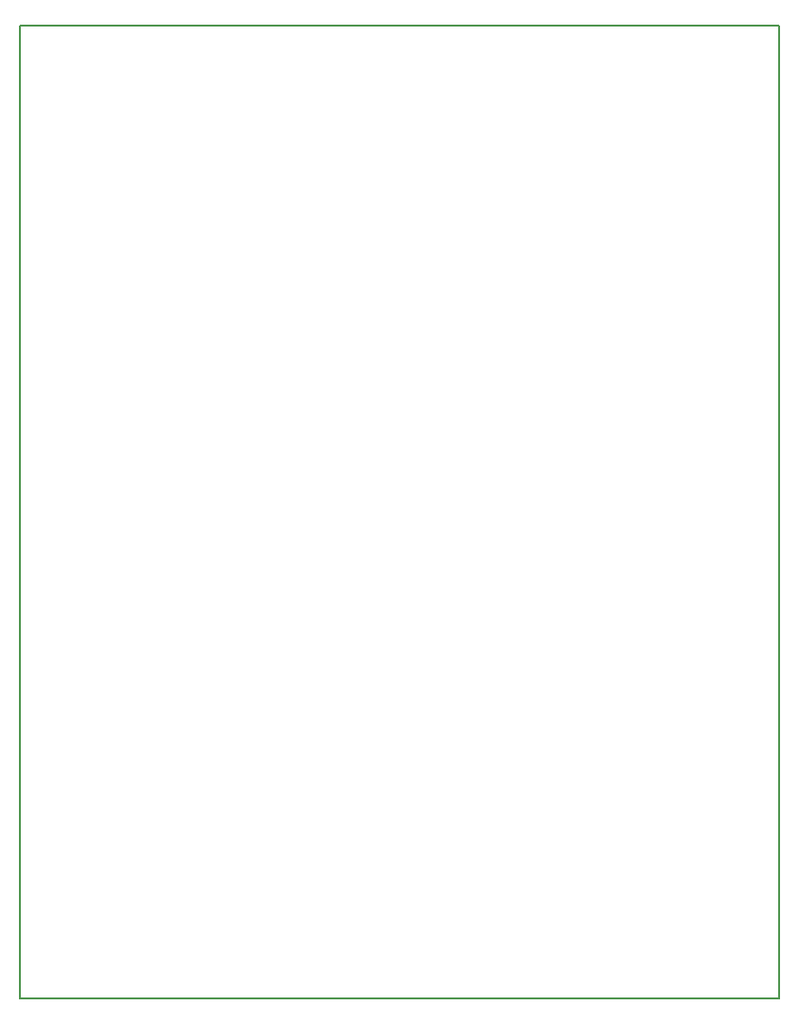
<source format=gbr>
G04 #@! TF.GenerationSoftware,KiCad,Pcbnew,(5.1.0)-1*
G04 #@! TF.CreationDate,2019-04-10T22:13:11-07:00*
G04 #@! TF.ProjectId,HS_2CH_RTD_Module,48535f32-4348-45f5-9254-445f4d6f6475,rev?*
G04 #@! TF.SameCoordinates,Original*
G04 #@! TF.FileFunction,Profile,NP*
%FSLAX46Y46*%
G04 Gerber Fmt 4.6, Leading zero omitted, Abs format (unit mm)*
G04 Created by KiCad (PCBNEW (5.1.0)-1) date 2019-04-10 22:13:11*
%MOMM*%
%LPD*%
G04 APERTURE LIST*
%ADD10C,0.200000*%
G04 APERTURE END LIST*
D10*
X237226468Y-65769497D02*
X169426465Y-65769497D01*
X169426465Y-65769497D02*
X169426465Y-152669495D01*
X169426465Y-152669495D02*
X237226468Y-152669495D01*
X237226468Y-152669495D02*
X237226468Y-65769497D01*
M02*

</source>
